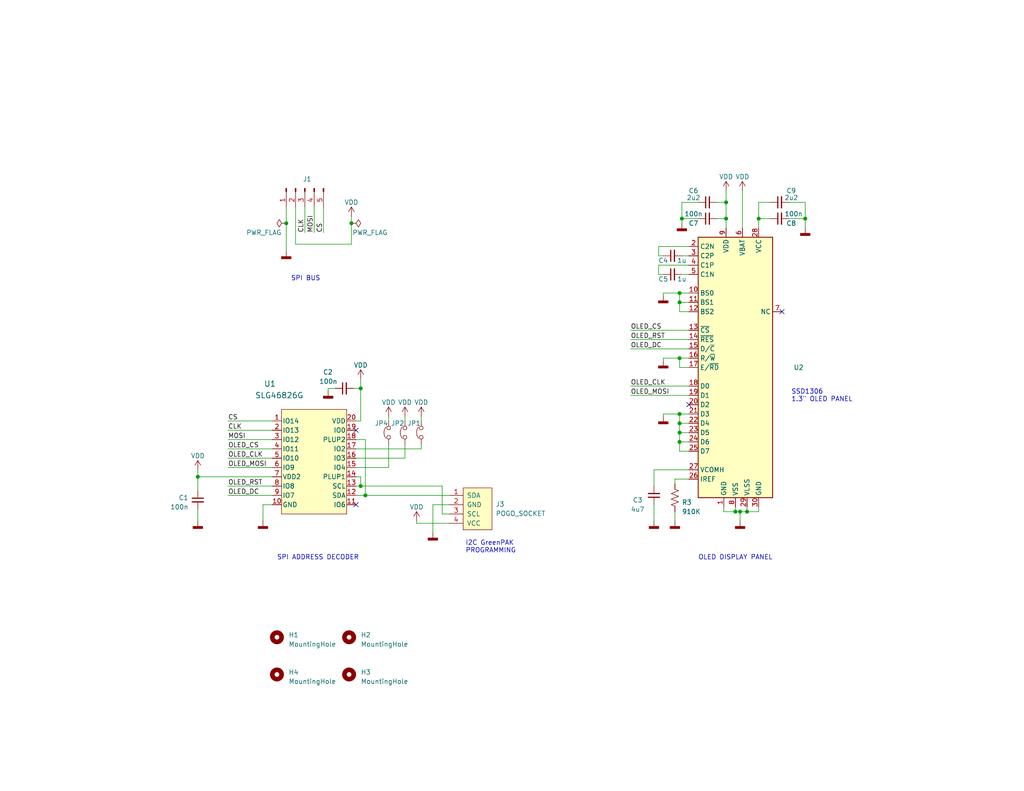
<source format=kicad_sch>
(kicad_sch (version 20230121) (generator eeschema)
  (paper "USLetter")
  (title_block (title "GREENPAK OLED") (rev "0.3"))
  (lib_symbols
    (symbol "Connector:Conn_01x05_Pin" (pin_names (offset 1.016) hide)
      (property "Reference" "J" (at 0 7.62 0))
      (property "Value" "Conn_01x05_Pin" (at 0 -7.62 0))
      (symbol "Conn_01x05_Pin_1_1"
        (polyline (pts (xy 1.27 -5.08) (xy 0.8636 -5.08)) (stroke (width 0.1524)))
        (polyline (pts (xy 1.27 -2.54) (xy 0.8636 -2.54)) (stroke (width 0.1524)))
        (polyline (pts (xy 1.27 0) (xy 0.8636 0)) (stroke (width 0.1524)))
        (polyline (pts (xy 1.27 2.54) (xy 0.8636 2.54)) (stroke (width 0.1524)))
        (polyline (pts (xy 1.27 5.08) (xy 0.8636 5.08)) (stroke (width 0.1524)))
        (rectangle (start 0.8636 -4.953) (end 0 -5.207) (stroke (width 0.1524)) (fill (type outline)))
        (rectangle (start 0.8636 -2.413) (end 0 -2.667) (stroke (width 0.1524)) (fill (type outline)))
        (rectangle (start 0.8636 0.127) (end 0 -0.127) (stroke (width 0.1524)) (fill (type outline)))
        (rectangle (start 0.8636 2.667) (end 0 2.413) (stroke (width 0.1524)) (fill (type outline)))
        (rectangle (start 0.8636 5.207) (end 0 4.953) (stroke (width 0.1524)) (fill (type outline)))
        (pin passive line (at 5.08 5.08 180) (length 3.81) (name "Pin_1") (number "1"))
        (pin passive line (at 5.08 2.54 180) (length 3.81) (name "Pin_2") (number "2"))
        (pin passive line (at 5.08 0 180) (length 3.81) (name "Pin_3") (number "3"))
        (pin passive line (at 5.08 -2.54 180) (length 3.81) (name "Pin_4") (number "4"))
        (pin passive line (at 5.08 -5.08 180) (length 3.81) (name "Pin_5") (number "5"))
      )
    )
    (symbol "Device:C_Small" (pin_numbers hide) (pin_names (offset 0.254) hide)
      (property "Reference" "C" (at 0.254 1.778 0))
      (property "Value" "C_Small" (at 0.254 -2.032 0))
      (symbol "C_Small_0_1"
        (polyline (pts (xy -1.524 -0.508) (xy 1.524 -0.508)) (stroke (width 0.3302)))
        (polyline (pts (xy -1.524 0.508) (xy 1.524 0.508)) (stroke (width 0.3048)))
      )
      (symbol "C_Small_1_1"
        (pin passive line (at 0 2.54 270) (length 2.032) (name "~") (number "1"))
        (pin passive line (at 0 -2.54 90) (length 2.032) (name "~") (number "2"))
      )
    )
    (symbol "Device:R_US" (pin_numbers hide) (pin_names (offset 0))
      (property "Reference" "R" (at 2.54 0 90))
      (property "Value" "R_US" (at -2.54 0 90))
      (symbol "R_US_0_1"
        (polyline (pts (xy 0 -2.286) (xy 0 -2.54)))
        (polyline (pts (xy 0 2.286) (xy 0 2.54)))
        (polyline (pts (xy 0 -0.762) (xy 1.016 -1.143) (xy 0 -1.524) (xy -1.016 -1.905) (xy 0 -2.286)))
        (polyline (pts (xy 0 0.762) (xy 1.016 0.381) (xy 0 0) (xy -1.016 -0.381) (xy 0 -0.762)))
        (polyline (pts (xy 0 2.286) (xy 1.016 1.905) (xy 0 1.524) (xy -1.016 1.143) (xy 0 0.762)))
      )
      (symbol "R_US_1_1"
        (pin passive line (at 0 3.81 270) (length 1.27) (name "~") (number "1"))
        (pin passive line (at 0 -3.81 90) (length 1.27) (name "~") (number "2"))
      )
    )
    (symbol "Mechanical:MountingHole" (pin_names (offset 1.016))
      (property "Reference" "H" (at 0 5.08 0))
      (property "Value" "MountingHole" (at 0 3.175 0))
      (symbol "MountingHole_0_1"
        (circle (center 0 0) (radius 1.27) (stroke (width 1.27)))
      )
    )
    (symbol "greenpak_oled:GND" (power) (pin_names (offset 0))
      (property "Value" "GND" (at 0 -3.175 0))
      (symbol "GND_0_1"
        (rectangle (start -1.27 -1.524) (end 1.27 -2.032) (stroke (width 0.254)) (fill (type outline)))
        (polyline (pts (xy 0 0) (xy 0 -1.524)))
      )
      (symbol "GND_1_1"
        (pin power_in line (at 0 0 270) (length 0) hide (name "GND") (number "1"))
      )
    )
    (symbol "greenpak_oled:Jumper_2_Open" (pin_numbers hide) (pin_names (offset 0) hide)
      (property "Reference" "JP" (at 0 2.54 0))
      (symbol "Jumper_2_Open_0_0"
        (circle (center -1.27 0) (radius 0.508))
        (circle (center 1.27 0) (radius 0.508))
      )
      (symbol "Jumper_2_Open_0_1"
        (arc (start 1.524 0.762) (mid 0 1.27) (end -1.524 0.762))
      )
      (symbol "Jumper_2_Open_1_1"
        (pin passive line (at -3.175 0 0) (length 1.27) (name "1") (number "1"))
        (pin passive line (at 3.175 0 180) (length 1.27) (name "2") (number "2"))
      )
    )
    (symbol "greenpak_oled:OLED-128O064D"
      (property "Reference" "U" (at -10.16 38.1 0))
      (property "Value" "OLED-128O064D" (at 17.145 38.735 0))
      (symbol "OLED-128O064D_0_1"
        (rectangle (start -10.16 35.56) (end 10.16 -35.56) (stroke (width 0.254)) (fill (type background)))
      )
      (symbol "OLED-128O064D_1_1"
        (pin power_in line (at -3.175 -38.1 90) (length 2.54) (name "GND") (number "1"))
        (pin input line (at -12.7 20.32 0) (length 2.54) (name "BS0") (number "10"))
        (pin input line (at -12.7 17.78 0) (length 2.54) (name "BS1") (number "11"))
        (pin input line (at -12.7 15.24 0) (length 2.54) (name "BS2") (number "12"))
        (pin input line (at -12.7 10.16 0) (length 2.54) (name "~{CS}") (number "13"))
        (pin input line (at -12.7 7.62 0) (length 2.54) (name "~{RES}") (number "14"))
        (pin input line (at -12.7 5.08 0) (length 2.54) (name "D/~{C}") (number "15"))
        (pin input line (at -12.7 2.54 0) (length 2.54) (name "R/~{W}") (number "16"))
        (pin input line (at -12.7 0 0) (length 2.54) (name "E/~{RD}") (number "17"))
        (pin passive line (at -12.7 -5.08 0) (length 2.54) (name "D0") (number "18"))
        (pin passive line (at -12.7 -7.62 0) (length 2.54) (name "D1") (number "19"))
        (pin passive line (at -12.7 33.02 0) (length 2.54) (name "C2N") (number "2"))
        (pin passive line (at -12.7 -10.16 0) (length 2.54) (name "D2") (number "20"))
        (pin passive line (at -12.7 -12.7 0) (length 2.54) (name "D3") (number "21"))
        (pin passive line (at -12.7 -15.24 0) (length 2.54) (name "D4") (number "22"))
        (pin passive line (at -12.7 -17.78 0) (length 2.54) (name "D5") (number "23"))
        (pin passive line (at -12.7 -20.32 0) (length 2.54) (name "D6") (number "24"))
        (pin passive line (at -12.7 -22.86 0) (length 2.54) (name "D7") (number "25"))
        (pin passive line (at -12.7 -30.48 0) (length 2.54) (name "IREF") (number "26"))
        (pin passive line (at -12.7 -27.94 0) (length 2.54) (name "VCOMH") (number "27"))
        (pin passive line (at 6.35 38.1 270) (length 2.54) (name "VCC") (number "28"))
        (pin power_in line (at 3.175 -38.1 90) (length 2.54) (name "VLSS") (number "29"))
        (pin passive line (at -12.7 30.48 0) (length 2.54) (name "C2P") (number "3"))
        (pin passive line (at 6.35 -38.1 90) (length 2.54) (name "GND") (number "30"))
        (pin passive line (at -12.7 27.94 0) (length 2.54) (name "C1P") (number "4"))
        (pin passive line (at -12.7 25.4 0) (length 2.54) (name "C1N") (number "5"))
        (pin power_in line (at 1.905 38.1 270) (length 2.54) (name "VBAT") (number "6"))
        (pin no_connect line (at 10.16 0 180) (length 2.54) hide (name "NC") (number "7"))
        (pin free line (at 12.7 15.24 180) (length 2.54) (name "NC") (number "7"))
        (pin power_in line (at 0 -38.1 90) (length 2.54) (name "VSS") (number "8"))
        (pin power_in line (at -2.54 38.1 270) (length 2.54) (name "VDD") (number "9"))
      )
    )
    (symbol "greenpak_oled:POGO_SOCKET" (pin_names (offset 1.016))
      (property "Reference" "J" (at -3.429 9.017 0))
      (property "Value" "POGO_SOCKET" (at -1.524 -9.398 0))
      (symbol "POGO_SOCKET_1_1"
        (rectangle (start -5.08 6.477) (end 2.794 -4.953) (fill (type background)))
        (pin passive line (at -8.89 4.445 0) (length 3.81) (name "SDA") (number "1"))
        (pin passive line (at -8.89 1.905 0) (length 3.81) (name "GND") (number "2"))
        (pin passive line (at -8.89 -0.635 0) (length 3.81) (name "SCL") (number "3"))
        (pin passive line (at -8.89 -3.175 0) (length 3.81) (name "VCC") (number "4"))
      )
    )
    (symbol "greenpak_oled:SLG46826G" (pin_names (offset 0.254))
      (property "Reference" "U" (at 33.655 16.51 0))
      (property "Value" "SLG46826G" (at 38.1 13.97 0))
      (symbol "SLG46826G_1_1"
        (rectangle (start 7.62 3.175) (end 25.4 -25.4) (fill (type background)))
        (pin bidirectional line (at 5.08 0 0) (length 2.54) (name "IO14") (number "1"))
        (pin input line (at 5.08 -22.86 0) (length 2.54) (name "GND") (number "10"))
        (pin bidirectional line (at 27.94 -22.86 180) (length 2.54) (name "IO6") (number "11"))
        (pin bidirectional line (at 27.94 -20.32 180) (length 2.54) (name "SDA") (number "12"))
        (pin input line (at 27.94 -17.78 180) (length 2.54) (name "SCL") (number "13"))
        (pin bidirectional line (at 27.94 -15.24 180) (length 2.54) (name "PLUP1") (number "14"))
        (pin bidirectional line (at 27.94 -12.7 180) (length 2.54) (name "IO4") (number "15"))
        (pin bidirectional line (at 27.94 -10.16 180) (length 2.54) (name "IO3") (number "16"))
        (pin bidirectional line (at 27.94 -7.62 180) (length 2.54) (name "IO2") (number "17"))
        (pin bidirectional line (at 27.94 -5.08 180) (length 2.54) (name "PLUP2") (number "18"))
        (pin bidirectional line (at 27.94 -2.54 180) (length 2.54) (name "IO0") (number "19"))
        (pin bidirectional line (at 5.08 -2.54 0) (length 2.54) (name "IO13") (number "2"))
        (pin power_in line (at 27.94 0 180) (length 2.54) (name "VDD") (number "20"))
        (pin bidirectional line (at 5.08 -5.08 0) (length 2.54) (name "IO12") (number "3"))
        (pin bidirectional line (at 5.08 -7.62 0) (length 2.54) (name "IO11") (number "4"))
        (pin bidirectional line (at 5.08 -10.16 0) (length 2.54) (name "IO10") (number "5"))
        (pin bidirectional line (at 5.08 -12.7 0) (length 2.54) (name "IO9") (number "6"))
        (pin power_in line (at 5.08 -15.24 0) (length 2.54) (name "VDD2") (number "7"))
        (pin bidirectional line (at 5.08 -17.78 0) (length 2.54) (name "IO8") (number "8"))
        (pin bidirectional line (at 5.08 -20.32 0) (length 2.54) (name "IO7") (number "9"))
      )
    )
    (symbol "power:PWR_FLAG" (power) (pin_numbers hide) (pin_names (offset 0) hide)
      (property "Value" "PWR_FLAG" (at 0 3.81 0))
      (symbol "PWR_FLAG_0_0"
        (pin power_out line (at 0 0 90) (length 0) (name "pwr") (number "1"))
      )
      (symbol "PWR_FLAG_0_1"
        (polyline (pts (xy 0 0) (xy 0 1.27) (xy -1.016 1.905) (xy 0 2.54) (xy 1.016 1.905) (xy 0 1.27)))
      )
    )
    (symbol "power:VDD" (power) (pin_names (offset 0))
      (property "Value" "VDD" (at 0 3.81 0))
      (symbol "VDD_0_1"
        (polyline (pts (xy -0.762 1.27) (xy 0 2.54)))
        (polyline (pts (xy 0 0) (xy 0 2.54)))
        (polyline (pts (xy 0 2.54) (xy 0.762 1.27)))
      )
      (symbol "VDD_1_1"
        (pin power_in line (at 0 0 90) (length 0) hide (name "VDD") (number "1"))
      )
    )
  )
  (junction (at 185.42 113.03))
  (junction (at 95.885 60.96))
  (junction (at 185.42 97.79))
  (junction (at 200.66 139.7))
  (junction (at 98.425 132.715))
  (junction (at 185.42 120.65))
  (junction (at 185.42 118.11))
  (junction (at 201.93 139.7))
  (junction (at 207.01 59.69))
  (junction (at 53.975 130.175))
  (junction (at 185.42 80.01))
  (junction (at 219.71 59.69))
  (junction (at 198.12 55.245))
  (junction (at 185.42 82.55))
  (junction (at 78.105 60.96))
  (junction (at 99.695 135.255))
  (junction (at 185.42 115.57))
  (junction (at 98.425 106.045))
  (junction (at 203.835 139.7))
  (junction (at 186.055 59.69))
  (junction (at 198.12 59.69))
  (no_connect (at 97.155 137.795))
  (no_connect (at 187.96 110.49))
  (no_connect (at 213.36 85.09))
  (no_connect (at 97.155 117.475))
  (wire (pts (xy 180.975 69.85) (xy 179.705 69.85)))
  (wire (pts (xy 179.705 69.85) (xy 179.705 67.31)))
  (wire (pts (xy 187.96 97.79) (xy 185.42 97.79)))
  (wire (pts (xy 97.155 120.015) (xy 99.695 120.015)))
  (wire (pts (xy 80.645 56.515) (xy 80.645 66.675)))
  (wire (pts (xy 97.155 130.175) (xy 98.425 130.175)))
  (wire (pts (xy 85.725 56.515) (xy 85.725 63.5)))
  (wire (pts (xy 172.085 90.17) (xy 187.96 90.17)))
  (wire (pts (xy 97.155 132.715) (xy 98.425 132.715)))
  (wire (pts (xy 202.565 52.07) (xy 202.565 62.23)))
  (wire (pts (xy 97.155 135.255) (xy 99.695 135.255)))
  (wire (pts (xy 118.11 137.795) (xy 118.11 145.415)))
  (wire (pts (xy 185.42 82.55) (xy 187.96 82.55)))
  (wire (pts (xy 62.23 132.715) (xy 74.295 132.715)))
  (wire (pts (xy 83.185 56.515) (xy 83.185 63.5)))
  (wire (pts (xy 62.23 125.095) (xy 74.295 125.095)))
  (wire (pts (xy 172.085 107.95) (xy 187.96 107.95)))
  (wire (pts (xy 95.885 66.675) (xy 95.885 60.96)))
  (wire (pts (xy 172.085 105.41) (xy 187.96 105.41)))
  (wire (pts (xy 53.975 139.065) (xy 53.975 142.24)))
  (wire (pts (xy 62.23 135.255) (xy 74.295 135.255)))
  (wire (pts (xy 185.42 82.55) (xy 185.42 80.01)))
  (wire (pts (xy 95.885 60.96) (xy 95.885 59.055)))
  (wire (pts (xy 96.52 106.045) (xy 98.425 106.045)))
  (wire (pts (xy 187.96 123.19) (xy 185.42 123.19)))
  (wire (pts (xy 203.835 138.43) (xy 203.835 139.7)))
  (wire (pts (xy 62.23 127.635) (xy 74.295 127.635)))
  (wire (pts (xy 185.42 115.57) (xy 185.42 113.03)))
  (wire (pts (xy 89.535 106.045) (xy 89.535 106.68)))
  (wire (pts (xy 98.425 106.045) (xy 98.425 114.935)))
  (wire (pts (xy 53.975 130.175) (xy 53.975 133.985)))
  (wire (pts (xy 62.23 117.475) (xy 74.295 117.475)))
  (wire (pts (xy 80.645 66.675) (xy 95.885 66.675)))
  (wire (pts (xy 120.65 140.335) (xy 122.555 140.335)))
  (wire (pts (xy 97.155 122.555) (xy 114.935 122.555)))
  (wire (pts (xy 62.23 120.015) (xy 74.295 120.015)))
  (wire (pts (xy 78.105 60.96) (xy 78.105 68.58)))
  (wire (pts (xy 185.42 97.79) (xy 185.42 100.33)))
  (wire (pts (xy 197.485 138.43) (xy 197.485 139.7)))
  (wire (pts (xy 178.435 128.27) (xy 178.435 132.715)))
  (wire (pts (xy 62.23 122.555) (xy 74.295 122.555)))
  (wire (pts (xy 207.01 59.69) (xy 207.01 62.23)))
  (wire (pts (xy 185.42 118.11) (xy 187.96 118.11)))
  (wire (pts (xy 53.975 128.27) (xy 53.975 130.175)))
  (wire (pts (xy 97.155 125.095) (xy 110.49 125.095)))
  (wire (pts (xy 179.705 74.93) (xy 180.975 74.93)))
  (wire (pts (xy 185.42 120.65) (xy 185.42 118.11)))
  (wire (pts (xy 180.975 80.01) (xy 180.975 80.645)))
  (wire (pts (xy 185.42 113.03) (xy 187.96 113.03)))
  (wire (pts (xy 219.71 59.69) (xy 219.71 62.23)))
  (wire (pts (xy 187.96 130.81) (xy 184.15 130.81)))
  (wire (pts (xy 120.65 132.715) (xy 120.65 140.335)))
  (wire (pts (xy 97.155 114.935) (xy 98.425 114.935)))
  (wire (pts (xy 179.705 67.31) (xy 187.96 67.31)))
  (wire (pts (xy 113.665 142.875) (xy 113.665 142.24)))
  (wire (pts (xy 210.185 55.245) (xy 207.01 55.245)))
  (wire (pts (xy 99.695 120.015) (xy 99.695 135.255)))
  (wire (pts (xy 179.705 72.39) (xy 179.705 74.93)))
  (wire (pts (xy 198.12 59.69) (xy 198.12 62.23)))
  (wire (pts (xy 195.58 55.245) (xy 198.12 55.245)))
  (wire (pts (xy 62.23 114.935) (xy 74.295 114.935)))
  (wire (pts (xy 180.975 113.03) (xy 180.975 113.665)))
  (wire (pts (xy 71.755 137.795) (xy 71.755 142.24)))
  (wire (pts (xy 98.425 132.715) (xy 120.65 132.715)))
  (wire (pts (xy 210.185 59.69) (xy 207.01 59.69)))
  (wire (pts (xy 99.695 135.255) (xy 122.555 135.255)))
  (wire (pts (xy 203.835 139.7) (xy 207.01 139.7)))
  (wire (pts (xy 172.085 92.71) (xy 187.96 92.71)))
  (wire (pts (xy 185.42 120.65) (xy 187.96 120.65)))
  (wire (pts (xy 172.085 95.25) (xy 187.96 95.25)))
  (wire (pts (xy 184.15 130.81) (xy 184.15 132.08)))
  (wire (pts (xy 198.12 52.07) (xy 198.12 55.245)))
  (wire (pts (xy 98.425 130.175) (xy 98.425 132.715)))
  (wire (pts (xy 215.265 59.69) (xy 219.71 59.69)))
  (wire (pts (xy 184.15 139.7) (xy 184.15 142.24)))
  (wire (pts (xy 186.055 59.69) (xy 190.5 59.69)))
  (wire (pts (xy 201.93 139.7) (xy 203.835 139.7)))
  (wire (pts (xy 207.01 55.245) (xy 207.01 59.69)))
  (wire (pts (xy 215.265 55.245) (xy 219.71 55.245)))
  (wire (pts (xy 114.935 113.665) (xy 114.935 114.935)))
  (wire (pts (xy 186.055 74.93) (xy 187.96 74.93)))
  (wire (pts (xy 74.295 130.175) (xy 53.975 130.175)))
  (wire (pts (xy 195.58 59.69) (xy 198.12 59.69)))
  (wire (pts (xy 98.425 103.505) (xy 98.425 106.045)))
  (wire (pts (xy 97.155 127.635) (xy 106.045 127.635)))
  (wire (pts (xy 106.045 113.665) (xy 106.045 114.935)))
  (wire (pts (xy 91.44 106.045) (xy 89.535 106.045)))
  (wire (pts (xy 180.975 113.03) (xy 185.42 113.03)))
  (wire (pts (xy 186.055 69.85) (xy 187.96 69.85)))
  (wire (pts (xy 185.42 85.09) (xy 185.42 82.55)))
  (wire (pts (xy 200.66 138.43) (xy 200.66 139.7)))
  (wire (pts (xy 122.555 142.875) (xy 113.665 142.875)))
  (wire (pts (xy 197.485 139.7) (xy 200.66 139.7)))
  (wire (pts (xy 185.42 118.11) (xy 185.42 115.57)))
  (wire (pts (xy 219.71 55.245) (xy 219.71 59.69)))
  (wire (pts (xy 185.42 115.57) (xy 187.96 115.57)))
  (wire (pts (xy 180.975 97.79) (xy 180.975 98.425)))
  (wire (pts (xy 186.055 55.245) (xy 186.055 59.69)))
  (wire (pts (xy 185.42 80.01) (xy 180.975 80.01)))
  (wire (pts (xy 187.96 72.39) (xy 179.705 72.39)))
  (wire (pts (xy 201.93 139.7) (xy 201.93 142.24)))
  (wire (pts (xy 78.105 56.515) (xy 78.105 60.96)))
  (wire (pts (xy 114.935 122.555) (xy 114.935 121.285)))
  (wire (pts (xy 186.055 59.69) (xy 186.055 60.96)))
  (wire (pts (xy 110.49 125.095) (xy 110.49 121.285)))
  (wire (pts (xy 190.5 55.245) (xy 186.055 55.245)))
  (wire (pts (xy 185.42 80.01) (xy 187.96 80.01)))
  (wire (pts (xy 207.01 139.7) (xy 207.01 138.43)))
  (wire (pts (xy 122.555 137.795) (xy 118.11 137.795)))
  (wire (pts (xy 178.435 137.795) (xy 178.435 142.24)))
  (wire (pts (xy 106.045 127.635) (xy 106.045 121.285)))
  (wire (pts (xy 110.49 113.665) (xy 110.49 114.935)))
  (wire (pts (xy 185.42 97.79) (xy 180.975 97.79)))
  (wire (pts (xy 187.96 100.33) (xy 185.42 100.33)))
  (wire (pts (xy 198.12 55.245) (xy 198.12 59.69)))
  (wire (pts (xy 88.265 56.515) (xy 88.265 63.5)))
  (wire (pts (xy 200.66 139.7) (xy 201.93 139.7)))
  (wire (pts (xy 178.435 128.27) (xy 187.96 128.27)))
  (wire (pts (xy 187.96 85.09) (xy 185.42 85.09)))
  (wire (pts (xy 185.42 123.19) (xy 185.42 120.65)))
  (wire (pts (xy 74.295 137.795) (xy 71.755 137.795)))
  (text "SSD1306\n1.3\" OLED PANEL" (at 215.9 109.855 0) (effects (font (size 1.27 1.27)) (justify left bottom)))
  (text "I2C GreenPAK\nPROGRAMMING" (at 127 151.13 0) (effects (font (size 1.27 1.27)) (justify left bottom)))
  (text "SPI BUS" (at 79.375 76.835 0) (effects (font (size 1.27 1.27)) (justify left bottom)))
  (text "OLED DISPLAY PANEL" (at 190.5 153.035 0) (effects (font (size 1.27 1.27)) (justify left bottom)))
  (text "SPI ADDRESS DECODER" (at 75.565 153.035 0) (effects (font (size 1.27 1.27)) (justify left bottom)))
  (label "CLK" (at 83.185 63.5 90))
  (label "OLED_MOSI" (at 62.23 127.635 0))
  (label "MOSI" (at 85.725 63.5 90))
  (label "OLED_RST" (at 62.23 132.715 0))
  (label "OLED_CLK" (at 62.23 125.095 0))
  (label "OLED_DC" (at 62.23 135.255 0))
  (label "MOSI" (at 62.23 120.015 0))
  (label "OLED_MOSI" (at 172.085 107.95 0))
  (label "OLED_CLK" (at 172.085 105.41 0))
  (label "CLK" (at 62.23 117.475 0))
  (label "CS" (at 62.23 114.935 0))
  (label "OLED_CS" (at 172.085 90.17 0))
  (label "CS" (at 88.265 63.5 90))
  (label "OLED_DC" (at 172.085 95.25 0))
  (label "OLED_RST" (at 172.085 92.71 0))
  (label "OLED_CS" (at 62.23 122.555 0))
  (symbol (lib_id "greenpak_oled:Jumper_2_Open") (at 110.49 118.11 90) (unit 1)
    (property "Reference" "JP2" (at 106.68 115.57 90) (effects (justify right)))
    (property "Value" "Jumper_2_Open" (effects hide))
    (property "Footprint" "greenpak_oled:SolderJumper-2_P1.3mm_Open_Pad1.0x1.5mm" (effects hide))
  )
  (symbol (lib_id "greenpak_oled:GND") (at 178.435 142.24 0) (unit 1)
    (property "Reference" "#PWR014" (effects hide))
    (property "Value" "GND" (effects hide))
  )
  (symbol (lib_id "Device:R_US") (at 184.15 135.89 0) (unit 1)
    (property "Reference" "R3" (at 186.055 137.16 0) (effects (justify left)))
    (property "Value" "910K" (at 186.055 139.7 0) (effects (justify left)))
    (property "Footprint" "greenpak_oled:R_0603_1608Metric" (effects hide))
  )
  (symbol (lib_id "greenpak_oled:GND") (at 180.975 113.665 0) (unit 1)
    (property "Reference" "#PWR017" (effects hide))
    (property "Value" "GND" (effects hide))
  )
  (symbol (lib_id "power:VDD") (at 114.935 113.665 0) (unit 1)
    (property "Reference" "#PWR010" (effects hide))
    (property "Value" "VDD" (at 114.935 109.855 0))
  )
  (symbol (lib_id "greenpak_oled:GND") (at 184.15 142.24 0) (unit 1)
    (property "Reference" "#PWR018" (effects hide))
    (property "Value" "GND" (effects hide))
  )
  (symbol (lib_id "Device:C_Small") (at 178.435 135.255 180) (unit 1)
    (property "Reference" "C3" (at 173.99 136.525 0))
    (property "Value" "4u7" (at 173.99 139.065 0))
    (property "Footprint" "greenpak_oled:C_0603_1608Metric" (effects hide))
  )
  (symbol (lib_id "Connector:Conn_01x05_Pin") (at 83.185 51.435 90) (mirror x) (unit 1)
    (property "Reference" "J1" (at 83.82 48.895 90))
    (property "Value" "Conn_01x05_Pin" (effects hide))
    (property "Footprint" "greenpak_oled:PinHeader_1x05_P2.54mm_Vertical" (effects hide))
  )
  (symbol (lib_id "Device:C_Small") (at 193.04 59.69 90) (unit 1)
    (property "Reference" "C7" (at 189.23 60.96 90))
    (property "Value" "100n" (at 189.23 58.42 90))
    (property "Footprint" "greenpak_oled:C_0603_1608Metric" (effects hide))
  )
  (symbol (lib_id "greenpak_oled:GND") (at 118.11 145.415 0) (unit 1)
    (property "Reference" "#PWR011" (effects hide))
    (property "Value" "GND" (effects hide))
  )
  (symbol (lib_id "greenpak_oled:GND") (at 219.71 62.23 0) (unit 1)
    (property "Reference" "#PWR023" (effects hide))
    (property "Value" "GND" (effects hide))
  )
  (symbol (lib_id "power:VDD") (at 113.665 142.24 0) (unit 1)
    (property "Reference" "#PWR012" (effects hide))
    (property "Value" "VDD" (at 113.665 138.43 0))
  )
  (symbol (lib_id "Mechanical:MountingHole") (at 95.25 184.15 0) (unit 1)
    (property "Reference" "H3" (at 98.425 183.515 0) (effects (justify left)))
    (property "Value" "MountingHole" (at 98.425 186.055 0) (effects (justify left)))
    (property "Footprint" "greenpak_oled:MountingHole" (effects hide))
  )
  (symbol (lib_id "Mechanical:MountingHole") (at 75.565 184.15 0) (unit 1)
    (property "Reference" "H4" (at 78.74 183.515 0) (effects (justify left)))
    (property "Value" "MountingHole" (at 78.74 186.055 0) (effects (justify left)))
    (property "Footprint" "greenpak_oled:MountingHole" (effects hide))
  )
  (symbol (lib_id "power:VDD") (at 198.12 52.07 0) (unit 1)
    (property "Reference" "#PWR020" (effects hide))
    (property "Value" "VDD" (at 198.12 48.26 0))
  )
  (symbol (lib_id "greenpak_oled:POGO_SOCKET") (at 131.445 139.7 0) (unit 1)
    (property "Reference" "J3" (at 135.255 137.668 0) (effects (justify left)))
    (property "Value" "POGO_SOCKET" (at 135.255 140.208 0) (effects (justify left)))
    (property "Footprint" "greenpak_oled:GREENPAK_POGO_SOCKET" (effects hide))
  )
  (symbol (lib_id "power:PWR_FLAG") (at 95.885 60.96 270) (unit 1)
    (property "Reference" "#FLG02" (effects hide))
    (property "Value" "PWR_FLAG" (at 100.965 63.5 90))
  )
  (symbol (lib_id "Device:C_Small") (at 193.04 55.245 90) (unit 1)
    (property "Reference" "C6" (at 189.23 52.07 90))
    (property "Value" "2u2" (at 189.23 53.975 90))
    (property "Footprint" "greenpak_oled:C_0603_1608Metric" (effects hide))
  )
  (symbol (lib_id "greenpak_oled:OLED-128O064D") (at 200.66 100.33 0) (unit 1)
    (property "Reference" "U2" (at 216.535 100.33 0) (effects (justify left)))
    (property "Value" "OLED-128O064D" (effects hide))
    (property "Footprint" "greenpak_oled:OLED-128O064D" (effects hide))
    (property "Datasheet" "https://www.vishay.com/docs/37902/oled128o064dbpp3n00000.pdf" (effects hide))
  )
  (symbol (lib_id "power:VDD") (at 202.565 52.07 0) (unit 1)
    (property "Reference" "#PWR022" (effects hide))
    (property "Value" "VDD" (at 202.565 48.26 0))
  )
  (symbol (lib_id "power:VDD") (at 53.975 128.27 0) (unit 1)
    (property "Reference" "#PWR01" (effects hide))
    (property "Value" "VDD" (at 53.975 124.46 0))
  )
  (symbol (lib_id "greenpak_oled:GND") (at 78.105 68.58 0) (unit 1)
    (property "Reference" "#PWR03" (effects hide))
    (property "Value" "GND" (effects hide))
  )
  (symbol (lib_id "Device:C_Small") (at 183.515 69.85 90) (unit 1)
    (property "Reference" "C4" (at 180.975 71.12 90))
    (property "Value" "1u" (at 186.055 71.12 90))
    (property "Footprint" "greenpak_oled:C_0603_1608Metric" (effects hide))
  )
  (symbol (lib_id "greenpak_oled:Jumper_2_Open") (at 114.935 118.11 90) (unit 1)
    (property "Reference" "JP1" (at 111.125 115.57 90) (effects (justify right)))
    (property "Value" "Jumper_2_Open" (effects hide))
    (property "Footprint" "greenpak_oled:SolderJumper-2_P1.3mm_Open_Pad1.0x1.5mm" (effects hide))
  )
  (symbol (lib_id "greenpak_oled:GND") (at 201.93 142.24 0) (unit 1)
    (property "Reference" "#PWR021" (effects hide))
    (property "Value" "GND" (effects hide))
  )
  (symbol (lib_id "Mechanical:MountingHole") (at 75.565 173.99 0) (unit 1)
    (property "Reference" "H1" (at 78.74 173.355 0) (effects (justify left)))
    (property "Value" "MountingHole" (at 78.74 175.895 0) (effects (justify left)))
    (property "Footprint" "greenpak_oled:MountingHole" (effects hide))
  )
  (symbol (lib_id "greenpak_oled:GND") (at 186.055 60.96 0) (unit 1)
    (property "Reference" "#PWR019" (effects hide))
    (property "Value" "GND" (effects hide))
  )
  (symbol (lib_id "greenpak_oled:SLG46826G") (at 69.215 114.935 0) (unit 1)
    (property "Reference" "U1" (at 73.66 104.775 0) (effects (font (size 1.524 1.524))))
    (property "Value" "SLG46826G" (at 76.2 107.95 0) (effects (font (size 1.524 1.524))))
    (property "Footprint" "greenpak_oled:TSSOP20_MO-220_WECE_REN" (effects hide))
    (property "Datasheet" "SLG46826G" (effects hide))
  )
  (symbol (lib_id "greenpak_oled:GND") (at 180.975 98.425 0) (unit 1)
    (property "Reference" "#PWR016" (effects hide))
    (property "Value" "GND" (effects hide))
  )
  (symbol (lib_id "power:VDD") (at 98.425 103.505 0) (unit 1)
    (property "Reference" "#PWR07" (effects hide))
    (property "Value" "VDD" (at 98.425 99.695 0))
  )
  (symbol (lib_id "Device:C_Small") (at 212.725 59.69 90) (unit 1)
    (property "Reference" "C8" (at 215.9 60.96 90))
    (property "Value" "100n" (at 216.535 58.42 90))
    (property "Footprint" "greenpak_oled:C_0603_1608Metric" (effects hide))
  )
  (symbol (lib_id "power:VDD") (at 95.885 59.055 0) (unit 1)
    (property "Reference" "#PWR05" (effects hide))
    (property "Value" "VDD" (at 95.885 55.245 0))
  )
  (symbol (lib_id "Device:C_Small") (at 212.725 55.245 90) (unit 1)
    (property "Reference" "C9" (at 215.9 52.07 90))
    (property "Value" "2u2" (at 215.9 53.975 90))
    (property "Footprint" "greenpak_oled:C_0603_1608Metric" (effects hide))
  )
  (symbol (lib_id "greenpak_oled:GND") (at 71.755 142.24 0) (unit 1)
    (property "Reference" "#PWR04" (effects hide))
    (property "Value" "GND" (effects hide))
  )
  (symbol (lib_id "Mechanical:MountingHole") (at 95.25 173.99 0) (unit 1)
    (property "Reference" "H2" (at 98.425 173.355 0) (effects (justify left)))
    (property "Value" "MountingHole" (at 98.425 175.895 0) (effects (justify left)))
    (property "Footprint" "greenpak_oled:MountingHole" (effects hide))
  )
  (symbol (lib_id "Device:C_Small") (at 53.975 136.525 0) (mirror y) (unit 1)
    (property "Reference" "C1" (at 51.435 135.8963 0) (effects (justify left)))
    (property "Value" "100n" (at 51.435 138.4363 0) (effects (justify left)))
    (property "Footprint" "greenpak_oled:C_0603_1608Metric" (effects hide))
  )
  (symbol (lib_id "power:VDD") (at 110.49 113.665 0) (unit 1)
    (property "Reference" "#PWR09" (effects hide))
    (property "Value" "VDD" (at 110.49 109.855 0))
  )
  (symbol (lib_id "Device:C_Small") (at 183.515 74.93 90) (unit 1)
    (property "Reference" "C5" (at 180.975 76.2 90))
    (property "Value" "1u" (at 186.055 76.2 90))
    (property "Footprint" "greenpak_oled:C_0603_1608Metric" (effects hide))
  )
  (symbol (lib_id "greenpak_oled:GND") (at 180.975 80.645 0) (unit 1)
    (property "Reference" "#PWR015" (effects hide))
    (property "Value" "GND" (effects hide))
  )
  (symbol (lib_id "power:VDD") (at 106.045 113.665 0) (unit 1)
    (property "Reference" "#PWR08" (effects hide))
    (property "Value" "VDD" (at 106.045 109.855 0))
  )
  (symbol (lib_id "greenpak_oled:GND") (at 89.535 106.68 0) (unit 1)
    (property "Reference" "#PWR06" (effects hide))
    (property "Value" "GND" (effects hide))
  )
  (symbol (lib_id "power:PWR_FLAG") (at 78.105 60.96 90) (unit 1)
    (property "Reference" "#FLG01" (effects hide))
    (property "Value" "PWR_FLAG" (at 76.835 63.5 90) (effects (justify left)))
  )
  (symbol (lib_id "greenpak_oled:GND") (at 53.975 142.24 0) (unit 1)
    (property "Reference" "#PWR02" (effects hide))
    (property "Value" "GND" (effects hide))
  )
  (symbol (lib_id "greenpak_oled:Jumper_2_Open") (at 106.045 118.11 90) (unit 1)
    (property "Reference" "JP4" (at 102.235 115.57 90) (effects (justify right)))
    (property "Value" "Jumper_2_Open" (effects hide))
    (property "Footprint" "greenpak_oled:SolderJumper-2_P1.3mm_Open_Pad1.0x1.5mm" (effects hide))
  )
  (symbol (lib_id "Device:C_Small") (at 93.98 106.045 90) (unit 1)
    (property "Reference" "C2" (at 90.805 101.6 90) (effects (justify left)))
    (property "Value" "100n" (at 92.075 104.14 90) (effects (justify left)))
    (property "Footprint" "greenpak_oled:C_0603_1608Metric" (effects hide))
  )
)
</source>
